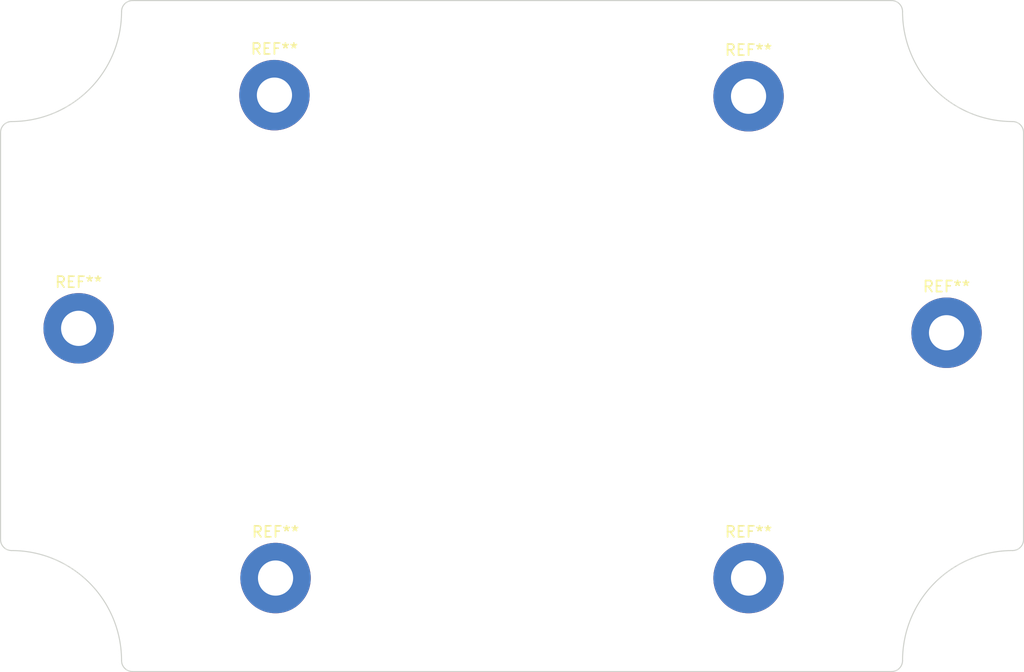
<source format=kicad_pcb>
(kicad_pcb (version 4) (host pcbnew 4.0.6)

  (general
    (links 0)
    (no_connects 0)
    (area 68.549999 70.849999 161.650001 131.950001)
    (thickness 1.6)
    (drawings 16)
    (tracks 0)
    (zones 0)
    (modules 6)
    (nets 1)
  )

  (page A4)
  (layers
    (0 F.Cu signal)
    (31 B.Cu signal)
    (32 B.Adhes user)
    (33 F.Adhes user)
    (34 B.Paste user)
    (35 F.Paste user)
    (36 B.SilkS user)
    (37 F.SilkS user)
    (38 B.Mask user)
    (39 F.Mask user)
    (40 Dwgs.User user)
    (41 Cmts.User user)
    (42 Eco1.User user)
    (43 Eco2.User user)
    (44 Edge.Cuts user)
    (45 Margin user)
    (46 B.CrtYd user)
    (47 F.CrtYd user)
    (48 B.Fab user)
    (49 F.Fab user)
  )

  (setup
    (last_trace_width 0.25)
    (trace_clearance 0.2)
    (zone_clearance 0.508)
    (zone_45_only no)
    (trace_min 0.2)
    (segment_width 0.2)
    (edge_width 0.1)
    (via_size 0.6)
    (via_drill 0.4)
    (via_min_size 0.4)
    (via_min_drill 0.3)
    (uvia_size 0.3)
    (uvia_drill 0.1)
    (uvias_allowed no)
    (uvia_min_size 0.2)
    (uvia_min_drill 0.1)
    (pcb_text_width 0.3)
    (pcb_text_size 1.5 1.5)
    (mod_edge_width 0.15)
    (mod_text_size 1 1)
    (mod_text_width 0.15)
    (pad_size 1.5 1.5)
    (pad_drill 0.6)
    (pad_to_mask_clearance 0)
    (aux_axis_origin 0 0)
    (grid_origin 68.6 131.9)
    (visible_elements FFFFFF7F)
    (pcbplotparams
      (layerselection 0x00030_80000001)
      (usegerberextensions false)
      (excludeedgelayer true)
      (linewidth 0.100000)
      (plotframeref false)
      (viasonmask false)
      (mode 1)
      (useauxorigin false)
      (hpglpennumber 1)
      (hpglpenspeed 20)
      (hpglpendiameter 15)
      (hpglpenoverlay 2)
      (psnegative false)
      (psa4output false)
      (plotreference true)
      (plotvalue true)
      (plotinvisibletext false)
      (padsonsilk false)
      (subtractmaskfromsilk false)
      (outputformat 1)
      (mirror false)
      (drillshape 1)
      (scaleselection 1)
      (outputdirectory ""))
  )

  (net 0 "")

  (net_class Default "This is the default net class."
    (clearance 0.2)
    (trace_width 0.25)
    (via_dia 0.6)
    (via_drill 0.4)
    (uvia_dia 0.3)
    (uvia_drill 0.1)
  )

  (module Mounting_Holes:MountingHole_3.2mm_M3_Pad (layer F.Cu) (tedit 5946A1C4) (tstamp 5946A274)
    (at 154.6 101.1)
    (descr "Mounting Hole 3.2mm, M3")
    (tags "mounting hole 3.2mm m3")
    (fp_text reference REF** (at 0 -4.2) (layer F.SilkS)
      (effects (font (size 1 1) (thickness 0.15)))
    )
    (fp_text value "" (at 0 4.2) (layer F.Fab)
      (effects (font (size 1 1) (thickness 0.15)))
    )
    (fp_circle (center 0 0) (end 3.2 0) (layer Cmts.User) (width 0.15))
    (fp_circle (center 0 0) (end 3.45 0) (layer F.CrtYd) (width 0.05))
    (pad 1 thru_hole circle (at 0 0) (size 6.4 6.4) (drill 3.2) (layers *.Cu *.Mask))
  )

  (module Mounting_Holes:MountingHole_3.2mm_M3_Pad (layer F.Cu) (tedit 5946A1C4) (tstamp 5946A247)
    (at 75.7 100.7)
    (descr "Mounting Hole 3.2mm, M3")
    (tags "mounting hole 3.2mm m3")
    (fp_text reference REF** (at 0 -4.2) (layer F.SilkS)
      (effects (font (size 1 1) (thickness 0.15)))
    )
    (fp_text value "" (at 0 4.2) (layer F.Fab)
      (effects (font (size 1 1) (thickness 0.15)))
    )
    (fp_circle (center 0 0) (end 3.2 0) (layer Cmts.User) (width 0.15))
    (fp_circle (center 0 0) (end 3.45 0) (layer F.CrtYd) (width 0.05))
    (pad 1 thru_hole circle (at 0 0) (size 6.4 6.4) (drill 3.2) (layers *.Cu *.Mask))
  )

  (module Mounting_Holes:MountingHole_3.2mm_M3_Pad (layer F.Cu) (tedit 5946A1C4) (tstamp 5946A1DE)
    (at 136.6 123.4)
    (descr "Mounting Hole 3.2mm, M3")
    (tags "mounting hole 3.2mm m3")
    (fp_text reference REF** (at 0 -4.2) (layer F.SilkS)
      (effects (font (size 1 1) (thickness 0.15)))
    )
    (fp_text value "" (at 0 4.2) (layer F.Fab)
      (effects (font (size 1 1) (thickness 0.15)))
    )
    (fp_circle (center 0 0) (end 3.2 0) (layer Cmts.User) (width 0.15))
    (fp_circle (center 0 0) (end 3.45 0) (layer F.CrtYd) (width 0.05))
    (pad 1 thru_hole circle (at 0 0) (size 6.4 6.4) (drill 3.2) (layers *.Cu *.Mask))
  )

  (module Mounting_Holes:MountingHole_3.2mm_M3_Pad (layer F.Cu) (tedit 5946A1BB) (tstamp 5946A19D)
    (at 136.6 79.6)
    (descr "Mounting Hole 3.2mm, M3")
    (tags "mounting hole 3.2mm m3")
    (fp_text reference REF** (at 0 -4.2) (layer F.SilkS)
      (effects (font (size 1 1) (thickness 0.15)))
    )
    (fp_text value "" (at 0 4.2) (layer F.Fab)
      (effects (font (size 1 1) (thickness 0.15)))
    )
    (fp_circle (center 0 0) (end 3.2 0) (layer Cmts.User) (width 0.15))
    (fp_circle (center 0 0) (end 3.45 0) (layer F.CrtYd) (width 0.05))
    (pad 1 thru_hole circle (at 0 0) (size 6.4 6.4) (drill 3.2) (layers *.Cu *.Mask))
  )

  (module Mounting_Holes:MountingHole_3.2mm_M3_Pad (layer F.Cu) (tedit 5946A1B3) (tstamp 5946A165)
    (at 93.5 79.5)
    (descr "Mounting Hole 3.2mm, M3")
    (tags "mounting hole 3.2mm m3")
    (fp_text reference REF** (at 0 -4.2) (layer F.SilkS)
      (effects (font (size 1 1) (thickness 0.15)))
    )
    (fp_text value "" (at 0 4.2) (layer F.Fab)
      (effects (font (size 1 1) (thickness 0.15)))
    )
    (fp_circle (center 0 0) (end 3.2 0) (layer Cmts.User) (width 0.15))
    (fp_circle (center 0 0) (end 3.45 0) (layer F.CrtYd) (width 0.05))
    (pad 1 thru_hole circle (at 0 0) (size 6.4 6.4) (drill 3.2) (layers *.Cu *.Mask))
  )

  (module Mounting_Holes:MountingHole_3.2mm_M3_Pad (layer F.Cu) (tedit 5946A1C4) (tstamp 5946A04D)
    (at 93.6 123.4)
    (descr "Mounting Hole 3.2mm, M3")
    (tags "mounting hole 3.2mm m3")
    (fp_text reference REF** (at 0 -4.2) (layer F.SilkS)
      (effects (font (size 1 1) (thickness 0.15)))
    )
    (fp_text value "" (at 0 4.2) (layer F.Fab)
      (effects (font (size 1 1) (thickness 0.15)))
    )
    (fp_circle (center 0 0) (end 3.2 0) (layer Cmts.User) (width 0.15))
    (fp_circle (center 0 0) (end 3.45 0) (layer F.CrtYd) (width 0.05))
    (pad 1 thru_hole circle (at 0 0) (size 6.4 6.4) (drill 3.2) (layers *.Cu *.Mask))
  )

  (gr_line (start 68.6 82.9) (end 68.6 119.9) (angle 90) (layer Edge.Cuts) (width 0.1))
  (gr_arc (start 69.6 82.9) (end 68.6 82.9) (angle 90) (layer Edge.Cuts) (width 0.1))
  (gr_arc (start 69.6 71.9) (end 79.6 71.9) (angle 90) (layer Edge.Cuts) (width 0.1))
  (gr_arc (start 80.6 71.9) (end 79.6 71.9) (angle 90) (layer Edge.Cuts) (width 0.1))
  (gr_line (start 149.6 70.9) (end 80.6 70.9) (angle 90) (layer Edge.Cuts) (width 0.1))
  (gr_arc (start 149.6 71.9) (end 149.6 70.9) (angle 90) (layer Edge.Cuts) (width 0.1))
  (gr_arc (start 160.6 71.9) (end 160.6 81.9) (angle 90) (layer Edge.Cuts) (width 0.1))
  (gr_arc (start 160.6 82.9) (end 160.6 81.9) (angle 90) (layer Edge.Cuts) (width 0.1))
  (gr_line (start 161.6 119.9) (end 161.6 82.9) (angle 90) (layer Edge.Cuts) (width 0.1))
  (gr_arc (start 160.6 119.9) (end 161.6 119.9) (angle 90) (layer Edge.Cuts) (width 0.1))
  (gr_arc (start 160.6 130.9) (end 150.6 130.9) (angle 90) (layer Edge.Cuts) (width 0.1))
  (gr_arc (start 149.6 130.9) (end 150.6 130.9) (angle 90) (layer Edge.Cuts) (width 0.1))
  (gr_line (start 80.6 131.9) (end 149.6 131.9) (angle 90) (layer Edge.Cuts) (width 0.1))
  (gr_arc (start 69.6 119.9) (end 69.6 120.9) (angle 90) (layer Edge.Cuts) (width 0.1))
  (gr_arc (start 69.6 130.9) (end 69.6 120.9) (angle 90) (layer Edge.Cuts) (width 0.1))
  (gr_arc (start 80.6 130.9) (end 80.6 131.9) (angle 90) (layer Edge.Cuts) (width 0.1))

)

</source>
